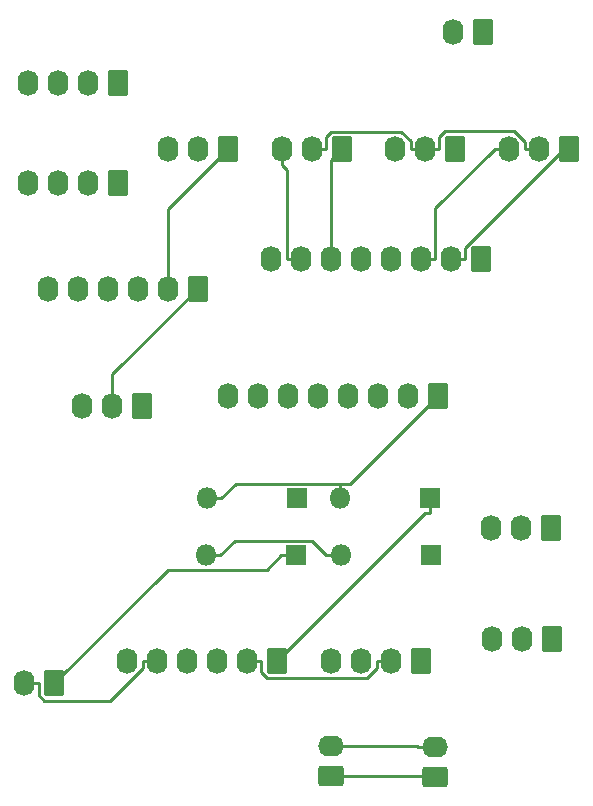
<source format=gbr>
%TF.GenerationSoftware,KiCad,Pcbnew,7.0.9*%
%TF.CreationDate,2023-11-26T06:02:27+10:00*%
%TF.ProjectId,INTERCOMM,494e5445-5243-44f4-9d4d-2e6b69636164,rev?*%
%TF.SameCoordinates,Original*%
%TF.FileFunction,Copper,L2,Bot*%
%TF.FilePolarity,Positive*%
%FSLAX46Y46*%
G04 Gerber Fmt 4.6, Leading zero omitted, Abs format (unit mm)*
G04 Created by KiCad (PCBNEW 7.0.9) date 2023-11-26 06:02:27*
%MOMM*%
%LPD*%
G01*
G04 APERTURE LIST*
G04 Aperture macros list*
%AMRoundRect*
0 Rectangle with rounded corners*
0 $1 Rounding radius*
0 $2 $3 $4 $5 $6 $7 $8 $9 X,Y pos of 4 corners*
0 Add a 4 corners polygon primitive as box body*
4,1,4,$2,$3,$4,$5,$6,$7,$8,$9,$2,$3,0*
0 Add four circle primitives for the rounded corners*
1,1,$1+$1,$2,$3*
1,1,$1+$1,$4,$5*
1,1,$1+$1,$6,$7*
1,1,$1+$1,$8,$9*
0 Add four rect primitives between the rounded corners*
20,1,$1+$1,$2,$3,$4,$5,0*
20,1,$1+$1,$4,$5,$6,$7,0*
20,1,$1+$1,$6,$7,$8,$9,0*
20,1,$1+$1,$8,$9,$2,$3,0*%
G04 Aperture macros list end*
%TA.AperFunction,ComponentPad*%
%ADD10RoundRect,0.250000X0.620000X0.845000X-0.620000X0.845000X-0.620000X-0.845000X0.620000X-0.845000X0*%
%TD*%
%TA.AperFunction,ComponentPad*%
%ADD11O,1.740000X2.190000*%
%TD*%
%TA.AperFunction,ComponentPad*%
%ADD12RoundRect,0.250000X0.845000X-0.620000X0.845000X0.620000X-0.845000X0.620000X-0.845000X-0.620000X0*%
%TD*%
%TA.AperFunction,ComponentPad*%
%ADD13O,2.190000X1.740000*%
%TD*%
%TA.AperFunction,ComponentPad*%
%ADD14R,1.800000X1.800000*%
%TD*%
%TA.AperFunction,ComponentPad*%
%ADD15O,1.800000X1.800000*%
%TD*%
%TA.AperFunction,Conductor*%
%ADD16C,0.250000*%
%TD*%
G04 APERTURE END LIST*
D10*
%TO.P,SW7,1,1*%
%TO.N,Net-(D4-K)*%
X147810000Y-49600000D03*
D11*
%TO.P,SW7,2,2*%
%TO.N,/ROW4*%
X145270000Y-49600000D03*
%TD*%
D10*
%TO.P,RV1,1,1*%
%TO.N,/ANALOG_5V*%
X153660000Y-101020000D03*
D11*
%TO.P,RV1,2,2*%
%TO.N,/VHF_AM_VOL*%
X151120000Y-101020000D03*
%TO.P,RV1,3,3*%
%TO.N,/ANALOG_GND*%
X148580000Y-101020000D03*
%TD*%
D10*
%TO.P,J10,1,Pin_1*%
%TO.N,Net-(D2-K)*%
X142550000Y-102820000D03*
D11*
%TO.P,J10,2,Pin_2*%
%TO.N,/ROW0*%
X140010000Y-102820000D03*
%TO.P,J10,3,Pin_3*%
%TO.N,/ROW1*%
X137470000Y-102820000D03*
%TO.P,J10,4,Pin_4*%
%TO.N,/ROW2*%
X134930000Y-102820000D03*
%TD*%
D10*
%TO.P,J11,1,Pin_1*%
%TO.N,/ANALOG_5V*%
X153550000Y-91590000D03*
D11*
%TO.P,J11,2,Pin_2*%
%TO.N,/VHF_AM_VOL*%
X151010000Y-91590000D03*
%TO.P,J11,3,Pin_3*%
%TO.N,/ANALOG_GND*%
X148470000Y-91590000D03*
%TD*%
D12*
%TO.P,J5,1,Pin_1*%
%TO.N,Net-(J4-Pin_1)*%
X143710000Y-112640000D03*
D13*
%TO.P,J5,2,Pin_2*%
%TO.N,Net-(J4-Pin_2)*%
X143710000Y-110100000D03*
%TD*%
D14*
%TO.P,D4,1,K*%
%TO.N,Net-(D4-K)*%
X132000000Y-89070000D03*
D15*
%TO.P,D4,2,A*%
%TO.N,/COL4*%
X124380000Y-89070000D03*
%TD*%
D10*
%TO.P,SW8,1,1*%
%TO.N,/VHF__AM_PRESET_A*%
X118940000Y-81300000D03*
D11*
%TO.P,SW8,2,2*%
%TO.N,GND*%
X116400000Y-81300000D03*
%TO.P,SW8,3,3*%
%TO.N,/VHF__AM_PRESET_B*%
X113860000Y-81300000D03*
%TD*%
D10*
%TO.P,J9,1,Pin_1*%
%TO.N,Net-(D1-K)*%
X130320000Y-102830000D03*
D11*
%TO.P,J9,2,Pin_2*%
%TO.N,/ROW0*%
X127780000Y-102830000D03*
%TO.P,J9,3,Pin_3*%
%TO.N,/ROW1*%
X125240000Y-102830000D03*
%TO.P,J9,4,Pin_4*%
%TO.N,/ROW2*%
X122700000Y-102830000D03*
%TO.P,J9,5,Pin_5*%
%TO.N,/ROW3*%
X120160000Y-102830000D03*
%TO.P,J9,6,Pin_6*%
%TO.N,unconnected-(J9-Pin_6-Pad6)*%
X117620000Y-102830000D03*
%TD*%
D10*
%TO.P,J6,1,Pin_1*%
%TO.N,Net-(J3-Pin_1)*%
X116840000Y-53910000D03*
D11*
%TO.P,J6,2,Pin_2*%
%TO.N,Net-(J3-Pin_2)*%
X114300000Y-53910000D03*
%TO.P,J6,3,Pin_3*%
%TO.N,Net-(J3-Pin_3)*%
X111760000Y-53910000D03*
%TO.P,J6,4,Pin_4*%
%TO.N,Net-(J3-Pin_4)*%
X109220000Y-53910000D03*
%TD*%
D10*
%TO.P,J3,1,Pin_1*%
%TO.N,Net-(J3-Pin_1)*%
X116880000Y-62350000D03*
D11*
%TO.P,J3,2,Pin_2*%
%TO.N,Net-(J3-Pin_2)*%
X114340000Y-62350000D03*
%TO.P,J3,3,Pin_3*%
%TO.N,Net-(J3-Pin_3)*%
X111800000Y-62350000D03*
%TO.P,J3,4,Pin_4*%
%TO.N,Net-(J3-Pin_4)*%
X109260000Y-62350000D03*
%TD*%
D10*
%TO.P,J8,1,Pin_1*%
%TO.N,GND*%
X123620000Y-71360000D03*
D11*
%TO.P,J8,2,Pin_2*%
%TO.N,/VHF__AM_ENC_4_A*%
X121080000Y-71360000D03*
%TO.P,J8,3,Pin_3*%
%TO.N,/VHF__AM_ENC_4_B*%
X118540000Y-71360000D03*
%TO.P,J8,4,Pin_4*%
%TO.N,/VHF__AM_PRESET_A*%
X116000000Y-71360000D03*
%TO.P,J8,5,Pin_5*%
%TO.N,/VHF__AM_PRESET_B*%
X113460000Y-71360000D03*
%TO.P,J8,6,Pin_6*%
%TO.N,unconnected-(J8-Pin_6-Pad6)*%
X110920000Y-71360000D03*
%TD*%
D10*
%TO.P,SW3,1,1*%
%TO.N,/VHF__AM_ENC_1_A*%
X155030000Y-59490000D03*
D11*
%TO.P,SW3,2,2*%
%TO.N,GND*%
X152490000Y-59490000D03*
%TO.P,SW3,3,3*%
%TO.N,/VHF__AM_ENC_1_B*%
X149950000Y-59490000D03*
%TD*%
D14*
%TO.P,D2,1,K*%
%TO.N,Net-(D2-K)*%
X143350000Y-93890000D03*
D15*
%TO.P,D2,2,A*%
%TO.N,/COL5*%
X135730000Y-93890000D03*
%TD*%
D10*
%TO.P,J7,1,Pin_1*%
%TO.N,GND*%
X147590000Y-68790000D03*
D11*
%TO.P,J7,2,Pin_2*%
%TO.N,/VHF__AM_ENC_1_A*%
X145050000Y-68790000D03*
%TO.P,J7,3,Pin_3*%
%TO.N,/VHF__AM_ENC_1_B*%
X142510000Y-68790000D03*
%TO.P,J7,4,Pin_4*%
%TO.N,/VHF__AM_ENC_2_A*%
X139970000Y-68790000D03*
%TO.P,J7,5,Pin_5*%
%TO.N,/VHF__AM_ENC_2_B*%
X137430000Y-68790000D03*
%TO.P,J7,6,Pin_6*%
%TO.N,/VHF__AM_ENC_3_A*%
X134890000Y-68790000D03*
%TO.P,J7,7,Pin_7*%
%TO.N,/VHF__AM_ENC_3_B*%
X132350000Y-68790000D03*
%TO.P,J7,8,Pin_8*%
%TO.N,unconnected-(J7-Pin_8-Pad8)*%
X129810000Y-68790000D03*
%TD*%
D12*
%TO.P,J4,1,Pin_1*%
%TO.N,Net-(J4-Pin_1)*%
X134950000Y-112560000D03*
D13*
%TO.P,J4,2,Pin_2*%
%TO.N,Net-(J4-Pin_2)*%
X134950000Y-110020000D03*
%TD*%
D10*
%TO.P,SW1,1,1*%
%TO.N,/VHF__AM_ENC_4_A*%
X126220000Y-59470000D03*
D11*
%TO.P,SW1,2,2*%
%TO.N,GND*%
X123680000Y-59470000D03*
%TO.P,SW1,3,3*%
%TO.N,/VHF__AM_ENC_4_B*%
X121140000Y-59470000D03*
%TD*%
D14*
%TO.P,D1,1,K*%
%TO.N,Net-(D1-K)*%
X143270000Y-89070000D03*
D15*
%TO.P,D1,2,A*%
%TO.N,/COL4*%
X135650000Y-89070000D03*
%TD*%
D10*
%TO.P,SW2,1,1*%
%TO.N,/VHF__AM_ENC_2_A*%
X145426700Y-59470000D03*
D11*
%TO.P,SW2,2,2*%
%TO.N,GND*%
X142886700Y-59470000D03*
%TO.P,SW2,3,3*%
%TO.N,/VHF__AM_ENC_2_B*%
X140346700Y-59470000D03*
%TD*%
D10*
%TO.P,J12,1,Pin_1*%
%TO.N,/COL4*%
X143960000Y-80440000D03*
D11*
%TO.P,J12,2,Pin_2*%
%TO.N,/COL5*%
X141420000Y-80440000D03*
%TO.P,J12,3,Pin_3*%
%TO.N,/ROW0*%
X138880000Y-80440000D03*
%TO.P,J12,4,Pin_4*%
%TO.N,/ROW1*%
X136340000Y-80440000D03*
%TO.P,J12,5,Pin_5*%
%TO.N,/ROW2*%
X133800000Y-80440000D03*
%TO.P,J12,6,Pin_6*%
%TO.N,/ROW3*%
X131260000Y-80440000D03*
%TO.P,J12,7,Pin_7*%
%TO.N,/ROW4*%
X128720000Y-80440000D03*
%TO.P,J12,8,Pin_8*%
%TO.N,unconnected-(J12-Pin_8-Pad8)*%
X126180000Y-80440000D03*
%TD*%
D14*
%TO.P,D3,1,K*%
%TO.N,Net-(D3-K)*%
X131930000Y-93890000D03*
D15*
%TO.P,D3,2,A*%
%TO.N,/COL5*%
X124310000Y-93890000D03*
%TD*%
D10*
%TO.P,SW4,1,1*%
%TO.N,/VHF__AM_ENC_3_A*%
X135823300Y-59470000D03*
D11*
%TO.P,SW4,2,2*%
%TO.N,GND*%
X133283300Y-59470000D03*
%TO.P,SW4,3,3*%
%TO.N,/VHF__AM_ENC_3_B*%
X130743300Y-59470000D03*
%TD*%
D10*
%TO.P,SW6,1,1*%
%TO.N,Net-(D3-K)*%
X111490000Y-104750000D03*
D11*
%TO.P,SW6,2,2*%
%TO.N,/ROW3*%
X108950000Y-104750000D03*
%TD*%
D16*
%TO.N,Net-(D1-K)*%
X142854700Y-90295300D02*
X130320000Y-102830000D01*
X143270000Y-89070000D02*
X143270000Y-90295300D01*
X143270000Y-90295300D02*
X142854700Y-90295300D01*
%TO.N,/COL5*%
X133279400Y-92664700D02*
X126760600Y-92664700D01*
X126760600Y-92664700D02*
X125535300Y-93890000D01*
X134504700Y-93890000D02*
X133279400Y-92664700D01*
X135730000Y-93890000D02*
X134504700Y-93890000D01*
X124310000Y-93890000D02*
X125535300Y-93890000D01*
%TO.N,Net-(D3-K)*%
X121124700Y-95115300D02*
X129479400Y-95115300D01*
X129479400Y-95115300D02*
X130704700Y-93890000D01*
X131930000Y-93890000D02*
X130704700Y-93890000D01*
X111490000Y-104750000D02*
X121124700Y-95115300D01*
%TO.N,/COL4*%
X143960000Y-80440000D02*
X136555300Y-87844700D01*
X135650000Y-89070000D02*
X135650000Y-87844700D01*
X136555300Y-87844700D02*
X135650000Y-87844700D01*
X135650000Y-87844700D02*
X126830600Y-87844700D01*
X124380000Y-89070000D02*
X125605300Y-89070000D01*
X126830600Y-87844700D02*
X125605300Y-89070000D01*
%TO.N,Net-(J4-Pin_1)*%
X143630000Y-112560000D02*
X143710000Y-112640000D01*
X134950000Y-112560000D02*
X143630000Y-112560000D01*
%TO.N,Net-(J4-Pin_2)*%
X142209700Y-110020000D02*
X142289700Y-110100000D01*
X143710000Y-110100000D02*
X142289700Y-110100000D01*
X134950000Y-110020000D02*
X142209700Y-110020000D01*
%TO.N,/ROW0*%
X127780000Y-102830000D02*
X128975300Y-102830000D01*
X129467500Y-104293400D02*
X137938900Y-104293400D01*
X128975300Y-102830000D02*
X128975300Y-103801200D01*
X138814700Y-103417600D02*
X138814700Y-102820000D01*
X128975300Y-103801200D02*
X129467500Y-104293400D01*
X140010000Y-102820000D02*
X138814700Y-102820000D01*
X137938900Y-104293400D02*
X138814700Y-103417600D01*
%TO.N,/ROW3*%
X110145300Y-104750000D02*
X110145300Y-105721200D01*
X120160000Y-102830000D02*
X118964700Y-102830000D01*
X118964700Y-103427600D02*
X118964700Y-102830000D01*
X108950000Y-104750000D02*
X110145300Y-104750000D01*
X110145300Y-105721200D02*
X110648200Y-106224100D01*
X116168200Y-106224100D02*
X118964700Y-103427600D01*
X110648200Y-106224100D02*
X116168200Y-106224100D01*
%TO.N,GND*%
X123620000Y-71360000D02*
X116400000Y-78580000D01*
X116400000Y-78580000D02*
X116400000Y-81300000D01*
X152490000Y-59490000D02*
X151294700Y-59490000D01*
X144082000Y-58498800D02*
X144082000Y-59470000D01*
X140860600Y-58041600D02*
X141691400Y-58872400D01*
X133283300Y-59470000D02*
X134478600Y-59470000D01*
X134935800Y-58041600D02*
X140860600Y-58041600D01*
X141691400Y-58872400D02*
X141691400Y-59470000D01*
X151294700Y-59490000D02*
X151294700Y-58892400D01*
X151294700Y-58892400D02*
X150418900Y-58016600D01*
X134478600Y-59470000D02*
X134478600Y-58498800D01*
X142886700Y-59470000D02*
X144082000Y-59470000D01*
X142886700Y-59470000D02*
X141691400Y-59470000D01*
X144564200Y-58016600D02*
X144082000Y-58498800D01*
X150418900Y-58016600D02*
X144564200Y-58016600D01*
X134478600Y-58498800D02*
X134935800Y-58041600D01*
%TO.N,/VHF__AM_ENC_4_A*%
X126220000Y-59470000D02*
X121080000Y-64610000D01*
X121080000Y-64610000D02*
X121080000Y-71360000D01*
%TO.N,/VHF__AM_ENC_1_A*%
X155030000Y-59490000D02*
X154605000Y-59490000D01*
X146245300Y-67849700D02*
X146245300Y-68790000D01*
X154605000Y-59490000D02*
X146245300Y-67849700D01*
X145050000Y-68790000D02*
X146245300Y-68790000D01*
%TO.N,/VHF__AM_ENC_1_B*%
X143705300Y-64539400D02*
X143705300Y-68790000D01*
X142510000Y-68790000D02*
X143705300Y-68790000D01*
X148754700Y-59490000D02*
X143705300Y-64539400D01*
X149950000Y-59490000D02*
X148754700Y-59490000D01*
%TO.N,/VHF__AM_ENC_3_A*%
X134890000Y-60403300D02*
X135823300Y-59470000D01*
X134890000Y-68790000D02*
X134890000Y-60403300D01*
%TO.N,/VHF__AM_ENC_3_B*%
X132350000Y-68790000D02*
X131154700Y-68790000D01*
X130743300Y-59470000D02*
X130743300Y-60890300D01*
X131154700Y-61301700D02*
X130743300Y-60890300D01*
X131154700Y-68790000D02*
X131154700Y-61301700D01*
%TD*%
M02*

</source>
